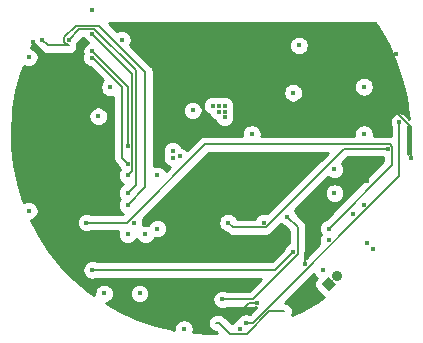
<source format=gbr>
%TF.GenerationSoftware,KiCad,Pcbnew,(6.0.0-rc1-dev-1546-g786ee0e)*%
%TF.CreationDate,2021-05-18T14:47:40-07:00*%
%TF.ProjectId,MainBoard,4d61696e-426f-4617-9264-2e6b69636164,rev?*%
%TF.SameCoordinates,Original*%
%TF.FileFunction,Copper,L3,Inr*%
%TF.FilePolarity,Positive*%
%FSLAX46Y46*%
G04 Gerber Fmt 4.6, Leading zero omitted, Abs format (unit mm)*
G04 Created by KiCad (PCBNEW (6.0.0-rc1-dev-1546-g786ee0e)) date Tue 18 May 2021 02:47:40 PM PDT*
%MOMM*%
%LPD*%
G04 APERTURE LIST*
%TA.AperFunction,ViaPad*%
%ADD10C,0.850000*%
%TD*%
%TA.AperFunction,Conductor*%
%ADD11C,0.850000*%
%TD*%
%TA.AperFunction,Conductor*%
%ADD12C,0.100000*%
%TD*%
%TA.AperFunction,ViaPad*%
%ADD13C,0.400000*%
%TD*%
%TA.AperFunction,Conductor*%
%ADD14C,0.200000*%
%TD*%
%TA.AperFunction,Conductor*%
%ADD15C,0.254000*%
%TD*%
G04 APERTURE END LIST*
D10*
%TO.N,GND*%
%TO.C,BT1*%
X144207107Y-50500000D03*
D11*
X144207107Y-50500000D02*
X144207107Y-50500000D01*
D10*
%TO.N,Net-(BT1-Pad1)*%
X143500000Y-51207107D03*
D12*
G36*
X144101041Y-51207107D02*
G01*
X143500000Y-51808148D01*
X142898959Y-51207107D01*
X143500000Y-50606066D01*
X144101041Y-51207107D01*
X144101041Y-51207107D01*
G37*
%TD*%
D13*
%TO.N,GND*%
X134200000Y-36600000D03*
X134700000Y-37100000D03*
X133700000Y-36100000D03*
X134700000Y-36600000D03*
X134200000Y-36100000D03*
X134700000Y-36100000D03*
X130900000Y-40400000D03*
X130300000Y-39900000D03*
X130300000Y-40500000D03*
X127500000Y-52000000D03*
X118120000Y-32000000D03*
X118120000Y-45000000D03*
X128000000Y-47000000D03*
X146500000Y-44500000D03*
X146500000Y-38500000D03*
X146500000Y-34500000D03*
X141000000Y-31000000D03*
X126000000Y-30500000D03*
X132000000Y-36500000D03*
X146750000Y-47750000D03*
X131250000Y-55010010D03*
X136000000Y-55010010D03*
X123500000Y-28000000D03*
%TO.N,+3V3*%
X141500000Y-52750000D03*
X141490000Y-49500000D03*
X146750000Y-42500000D03*
X144500000Y-37500000D03*
X146750000Y-36000000D03*
X149250000Y-31750000D03*
X131450000Y-52800000D03*
X123500000Y-51750000D03*
X128750000Y-32000000D03*
X118500000Y-30750000D03*
X150500000Y-40500000D03*
X137450000Y-52800000D03*
%TO.N,SDA*%
X149500000Y-37500000D03*
X136500000Y-54500000D03*
%TO.N,SCL*%
X148500000Y-39750000D03*
X135000000Y-46000000D03*
%TO.N,Net-(R4-Pad1)*%
X129000000Y-42000000D03*
X124000000Y-37000000D03*
%TO.N,Net-(R5-Pad1)*%
X140000000Y-45500000D03*
X134500000Y-52500000D03*
%TO.N,Net-(D2-Pad2)*%
X124500000Y-52000000D03*
%TO.N,Net-(J3-Pad9)*%
X126500000Y-41000000D03*
X123474228Y-32025772D03*
%TO.N,Net-(J3-Pad8)*%
X126500000Y-39500000D03*
X123500000Y-31500000D03*
%TO.N,Net-(J3-Pad7)*%
X126500000Y-44500000D03*
X119250000Y-30500000D03*
%TO.N,Net-(J3-Pad6)*%
X126500000Y-43500000D03*
X121500000Y-30500000D03*
%TO.N,Net-(J3-Pad5)*%
X126500000Y-42000000D03*
X123500000Y-30000000D03*
%TO.N,Net-(IC1-Pad13)*%
X143000000Y-50000000D03*
%TO.N,Net-(R2-Pad2)*%
X144000000Y-43500000D03*
%TO.N,Net-(R2-Pad1)*%
X123000000Y-46000000D03*
X143500000Y-46500000D03*
%TO.N,Net-(R7-Pad1)*%
X143500000Y-47500000D03*
X147250000Y-48250000D03*
%TO.N,Net-(R8-Pad2)*%
X140500000Y-48500000D03*
X123500000Y-50000000D03*
%TO.N,Net-(TP8-Pad1)*%
X140500000Y-35000000D03*
%TO.N,Net-(TP9-Pad1)*%
X137000000Y-38500000D03*
%TO.N,Net-(TP6-Pad1)*%
X138000000Y-46000000D03*
%TO.N,Net-(TP5-Pad1)*%
X129000000Y-46500000D03*
%TO.N,Net-(TP2-Pad1)*%
X126500000Y-47000000D03*
%TO.N,Net-(TP3-Pad1)*%
X127000000Y-46000000D03*
%TO.N,Net-(BZ1-Pad2)*%
X125000000Y-34555000D03*
%TO.N,Net-(BT1-Pad1)*%
X144000000Y-41500000D03*
X145550000Y-45310000D03*
%TD*%
D14*
%TO.N,*%
X136587327Y-55400011D02*
X135150011Y-55400011D01*
X138487338Y-53500000D02*
X136587327Y-55400011D01*
X139750000Y-53500000D02*
X138487338Y-53500000D01*
X135150011Y-55400011D02*
X134250000Y-54500000D01*
X134250000Y-54500000D02*
X134000000Y-54500000D01*
%TO.N,+3V3*%
X141490000Y-49500000D02*
X141490000Y-48510000D01*
X141490000Y-48510000D02*
X141500000Y-48500000D01*
X141500000Y-48500000D02*
X141750000Y-48500000D01*
X118500000Y-30750000D02*
X119250000Y-31500000D01*
X146750000Y-42500000D02*
X146750000Y-42000000D01*
X146750000Y-42000000D02*
X146750000Y-41750000D01*
X150500000Y-37922798D02*
X149327202Y-36750000D01*
X150500000Y-40500000D02*
X150500000Y-37922798D01*
X147500000Y-36750000D02*
X146750000Y-36000000D01*
X149327202Y-36750000D02*
X147500000Y-36750000D01*
X136800000Y-52800000D02*
X136100000Y-53500000D01*
X137450000Y-52800000D02*
X136800000Y-52800000D01*
X136100000Y-53500000D02*
X133750000Y-53500000D01*
X133050000Y-52800000D02*
X131450000Y-52800000D01*
X133750000Y-53500000D02*
X133050000Y-52800000D01*
X148750000Y-31750000D02*
X148500000Y-32000000D01*
X149250000Y-31750000D02*
X148750000Y-31750000D01*
X148500000Y-32000000D02*
X148000000Y-32500000D01*
%TO.N,SDA*%
X149500000Y-37782842D02*
X149500000Y-37500000D01*
X149500000Y-42077202D02*
X149500000Y-37782842D01*
X137077202Y-54500000D02*
X149500000Y-42077202D01*
X136500000Y-54500000D02*
X137077202Y-54500000D01*
%TO.N,SCL*%
X146800000Y-39750000D02*
X148500000Y-39750000D01*
X144827202Y-39750000D02*
X146800000Y-39750000D01*
X138187201Y-46390001D02*
X144827202Y-39750000D01*
X135390001Y-46390001D02*
X138187201Y-46390001D01*
X135000000Y-46000000D02*
X135390001Y-46390001D01*
%TO.N,Net-(R5-Pad1)*%
X137077202Y-52500000D02*
X134500000Y-52500000D01*
X140890001Y-46390001D02*
X140890001Y-48687201D01*
X140000000Y-45500000D02*
X140890001Y-46390001D01*
X140890001Y-48687201D02*
X137077202Y-52500000D01*
%TO.N,Net-(J3-Pad9)*%
X126000000Y-40500000D02*
X126000000Y-34500000D01*
X126500000Y-41000000D02*
X126000000Y-40500000D01*
X123525772Y-32025772D02*
X123474228Y-32025772D01*
X126000000Y-34500000D02*
X123525772Y-32025772D01*
%TO.N,Net-(J3-Pad8)*%
X126500000Y-34500000D02*
X123500000Y-31500000D01*
X126500000Y-39500000D02*
X126500000Y-34500000D01*
%TO.N,Net-(J3-Pad7)*%
X121422798Y-31000000D02*
X121500000Y-31000000D01*
X121109999Y-30687201D02*
X121422798Y-31000000D01*
X121109999Y-30312799D02*
X121109999Y-30687201D01*
X122102809Y-29319989D02*
X121109999Y-30312799D01*
X124051273Y-29319989D02*
X122102809Y-29319989D01*
X128000000Y-33268716D02*
X124051273Y-29319989D01*
X128000000Y-43000000D02*
X128000000Y-33268716D01*
X126500000Y-44500000D02*
X128000000Y-43000000D01*
X119750000Y-31000000D02*
X119250000Y-30500000D01*
X120750000Y-31000000D02*
X119750000Y-31000000D01*
X121422798Y-31000000D02*
X120750000Y-31000000D01*
X120750000Y-31000000D02*
X120500000Y-31000000D01*
%TO.N,Net-(J3-Pad6)*%
X123687201Y-29609999D02*
X122390001Y-29609999D01*
X122390001Y-29609999D02*
X121500000Y-30500000D01*
X127180010Y-33102808D02*
X123687201Y-29609999D01*
X127180010Y-42819990D02*
X127180010Y-33102808D01*
X126500000Y-43500000D02*
X127180010Y-42819990D01*
%TO.N,Net-(J3-Pad5)*%
X126890001Y-33390001D02*
X123500000Y-30000000D01*
X126890001Y-41609999D02*
X126890001Y-33390001D01*
X126500000Y-42000000D02*
X126890001Y-41609999D01*
%TO.N,Net-(R2-Pad1)*%
X148890001Y-41109999D02*
X143500000Y-46500000D01*
X148890001Y-39562799D02*
X148890001Y-41109999D01*
X148687201Y-39359999D02*
X148890001Y-39562799D01*
X133062799Y-39359999D02*
X148687201Y-39359999D01*
X126422798Y-46000000D02*
X133062799Y-39359999D01*
X123000000Y-46000000D02*
X126422798Y-46000000D01*
%TO.N,Net-(R8-Pad2)*%
X139000000Y-50000000D02*
X140500000Y-48500000D01*
X123500000Y-50000000D02*
X139000000Y-50000000D01*
%TD*%
D15*
%TO.N,+3V3*%
G36*
X122760033Y-30395521D02*
G01*
X122851413Y-30532281D01*
X122967719Y-30648587D01*
X123104479Y-30739967D01*
X123128701Y-30750000D01*
X123104479Y-30760033D01*
X122967719Y-30851413D01*
X122851413Y-30967719D01*
X122760033Y-31104479D01*
X122697089Y-31256440D01*
X122665000Y-31417760D01*
X122665000Y-31582240D01*
X122693922Y-31727639D01*
X122671317Y-31782212D01*
X122639228Y-31943532D01*
X122639228Y-32108012D01*
X122671317Y-32269332D01*
X122734261Y-32421293D01*
X122825641Y-32558053D01*
X122941947Y-32674359D01*
X123078707Y-32765739D01*
X123230668Y-32828683D01*
X123303780Y-32843226D01*
X124417343Y-33956789D01*
X124351413Y-34022719D01*
X124260033Y-34159479D01*
X124197089Y-34311440D01*
X124165000Y-34472760D01*
X124165000Y-34637240D01*
X124197089Y-34798560D01*
X124260033Y-34950521D01*
X124351413Y-35087281D01*
X124467719Y-35203587D01*
X124604479Y-35294967D01*
X124756440Y-35357911D01*
X124917760Y-35390000D01*
X125082240Y-35390000D01*
X125243560Y-35357911D01*
X125265001Y-35349030D01*
X125265000Y-40463895D01*
X125261444Y-40500000D01*
X125275583Y-40643560D01*
X125275635Y-40644084D01*
X125317663Y-40782632D01*
X125385913Y-40910319D01*
X125477762Y-41022237D01*
X125505808Y-41045254D01*
X125695345Y-41234791D01*
X125697089Y-41243560D01*
X125760033Y-41395521D01*
X125829844Y-41500000D01*
X125760033Y-41604479D01*
X125697089Y-41756440D01*
X125665000Y-41917760D01*
X125665000Y-42082240D01*
X125697089Y-42243560D01*
X125760033Y-42395521D01*
X125851413Y-42532281D01*
X125967719Y-42648587D01*
X126104479Y-42739967D01*
X126128701Y-42750000D01*
X126104479Y-42760033D01*
X125967719Y-42851413D01*
X125851413Y-42967719D01*
X125760033Y-43104479D01*
X125697089Y-43256440D01*
X125665000Y-43417760D01*
X125665000Y-43582240D01*
X125697089Y-43743560D01*
X125760033Y-43895521D01*
X125829844Y-44000000D01*
X125760033Y-44104479D01*
X125697089Y-44256440D01*
X125665000Y-44417760D01*
X125665000Y-44582240D01*
X125697089Y-44743560D01*
X125760033Y-44895521D01*
X125851413Y-45032281D01*
X125967719Y-45148587D01*
X126104479Y-45239967D01*
X126131990Y-45251362D01*
X126118352Y-45265000D01*
X123402955Y-45265000D01*
X123395521Y-45260033D01*
X123243560Y-45197089D01*
X123082240Y-45165000D01*
X122917760Y-45165000D01*
X122756440Y-45197089D01*
X122604479Y-45260033D01*
X122467719Y-45351413D01*
X122351413Y-45467719D01*
X122260033Y-45604479D01*
X122197089Y-45756440D01*
X122165000Y-45917760D01*
X122165000Y-46082240D01*
X122197089Y-46243560D01*
X122260033Y-46395521D01*
X122351413Y-46532281D01*
X122467719Y-46648587D01*
X122604479Y-46739967D01*
X122756440Y-46802911D01*
X122917760Y-46835000D01*
X123082240Y-46835000D01*
X123243560Y-46802911D01*
X123395521Y-46739967D01*
X123402955Y-46735000D01*
X125705970Y-46735000D01*
X125697089Y-46756440D01*
X125665000Y-46917760D01*
X125665000Y-47082240D01*
X125697089Y-47243560D01*
X125760033Y-47395521D01*
X125851413Y-47532281D01*
X125967719Y-47648587D01*
X126104479Y-47739967D01*
X126256440Y-47802911D01*
X126417760Y-47835000D01*
X126582240Y-47835000D01*
X126743560Y-47802911D01*
X126895521Y-47739967D01*
X127032281Y-47648587D01*
X127148587Y-47532281D01*
X127239967Y-47395521D01*
X127250000Y-47371299D01*
X127260033Y-47395521D01*
X127351413Y-47532281D01*
X127467719Y-47648587D01*
X127604479Y-47739967D01*
X127756440Y-47802911D01*
X127917760Y-47835000D01*
X128082240Y-47835000D01*
X128243560Y-47802911D01*
X128395521Y-47739967D01*
X128532281Y-47648587D01*
X128648587Y-47532281D01*
X128739967Y-47395521D01*
X128776661Y-47306933D01*
X128917760Y-47335000D01*
X129082240Y-47335000D01*
X129243560Y-47302911D01*
X129395521Y-47239967D01*
X129532281Y-47148587D01*
X129648587Y-47032281D01*
X129739967Y-46895521D01*
X129802911Y-46743560D01*
X129835000Y-46582240D01*
X129835000Y-46417760D01*
X129802911Y-46256440D01*
X129739967Y-46104479D01*
X129648587Y-45967719D01*
X129532281Y-45851413D01*
X129395521Y-45760033D01*
X129243560Y-45697089D01*
X129082240Y-45665000D01*
X128917760Y-45665000D01*
X128756440Y-45697089D01*
X128604479Y-45760033D01*
X128467719Y-45851413D01*
X128351413Y-45967719D01*
X128260033Y-46104479D01*
X128223339Y-46193067D01*
X128082240Y-46165000D01*
X127917760Y-46165000D01*
X127814450Y-46185550D01*
X127835000Y-46082240D01*
X127835000Y-45917760D01*
X127802911Y-45756440D01*
X127774469Y-45687775D01*
X133367246Y-40094999D01*
X143442756Y-40094999D01*
X138312225Y-45225531D01*
X138243560Y-45197089D01*
X138082240Y-45165000D01*
X137917760Y-45165000D01*
X137756440Y-45197089D01*
X137604479Y-45260033D01*
X137467719Y-45351413D01*
X137351413Y-45467719D01*
X137260033Y-45604479D01*
X137239106Y-45655001D01*
X135760894Y-45655001D01*
X135739967Y-45604479D01*
X135648587Y-45467719D01*
X135532281Y-45351413D01*
X135395521Y-45260033D01*
X135243560Y-45197089D01*
X135082240Y-45165000D01*
X134917760Y-45165000D01*
X134756440Y-45197089D01*
X134604479Y-45260033D01*
X134467719Y-45351413D01*
X134351413Y-45467719D01*
X134260033Y-45604479D01*
X134197089Y-45756440D01*
X134165000Y-45917760D01*
X134165000Y-46082240D01*
X134197089Y-46243560D01*
X134260033Y-46395521D01*
X134351413Y-46532281D01*
X134467719Y-46648587D01*
X134604479Y-46739967D01*
X134756440Y-46802911D01*
X134765209Y-46804655D01*
X134844742Y-46884188D01*
X134867763Y-46912239D01*
X134979681Y-47004088D01*
X135043525Y-47038213D01*
X135107367Y-47072338D01*
X135245916Y-47114366D01*
X135390001Y-47128557D01*
X135426106Y-47125001D01*
X138151096Y-47125001D01*
X138187201Y-47128557D01*
X138223306Y-47125001D01*
X138331286Y-47114366D01*
X138469834Y-47072338D01*
X138597521Y-47004088D01*
X138709439Y-46912239D01*
X138732460Y-46884188D01*
X139467924Y-46148724D01*
X139604479Y-46239967D01*
X139756440Y-46302911D01*
X139765209Y-46304655D01*
X140155001Y-46694448D01*
X140155002Y-47739106D01*
X140104479Y-47760033D01*
X139967719Y-47851413D01*
X139851413Y-47967719D01*
X139760033Y-48104479D01*
X139697089Y-48256440D01*
X139695345Y-48265208D01*
X138695554Y-49265000D01*
X123902955Y-49265000D01*
X123895521Y-49260033D01*
X123743560Y-49197089D01*
X123582240Y-49165000D01*
X123417760Y-49165000D01*
X123256440Y-49197089D01*
X123104479Y-49260033D01*
X122967719Y-49351413D01*
X122851413Y-49467719D01*
X122760033Y-49604479D01*
X122697089Y-49756440D01*
X122665000Y-49917760D01*
X122665000Y-50082240D01*
X122697089Y-50243560D01*
X122760033Y-50395521D01*
X122851413Y-50532281D01*
X122967719Y-50648587D01*
X123104479Y-50739967D01*
X123256440Y-50802911D01*
X123417760Y-50835000D01*
X123582240Y-50835000D01*
X123743560Y-50802911D01*
X123895521Y-50739967D01*
X123902955Y-50735000D01*
X137802756Y-50735000D01*
X136772756Y-51765000D01*
X134902955Y-51765000D01*
X134895521Y-51760033D01*
X134743560Y-51697089D01*
X134582240Y-51665000D01*
X134417760Y-51665000D01*
X134256440Y-51697089D01*
X134104479Y-51760033D01*
X133967719Y-51851413D01*
X133851413Y-51967719D01*
X133760033Y-52104479D01*
X133697089Y-52256440D01*
X133665000Y-52417760D01*
X133665000Y-52582240D01*
X133697089Y-52743560D01*
X133760033Y-52895521D01*
X133851413Y-53032281D01*
X133967719Y-53148587D01*
X134104479Y-53239967D01*
X134256440Y-53302911D01*
X134417760Y-53335000D01*
X134582240Y-53335000D01*
X134743560Y-53302911D01*
X134895521Y-53239967D01*
X134902955Y-53235000D01*
X137041097Y-53235000D01*
X137077202Y-53238556D01*
X137113307Y-53235000D01*
X137221287Y-53224365D01*
X137353496Y-53184260D01*
X136812225Y-53725531D01*
X136743560Y-53697089D01*
X136582240Y-53665000D01*
X136417760Y-53665000D01*
X136256440Y-53697089D01*
X136104479Y-53760033D01*
X135967719Y-53851413D01*
X135851413Y-53967719D01*
X135760033Y-54104479D01*
X135709467Y-54226556D01*
X135604479Y-54270043D01*
X135467719Y-54361423D01*
X135351413Y-54477729D01*
X135317672Y-54528226D01*
X134795258Y-54005812D01*
X134772238Y-53977762D01*
X134660320Y-53885913D01*
X134532633Y-53817663D01*
X134394085Y-53775635D01*
X134286105Y-53765000D01*
X134250000Y-53761444D01*
X134213895Y-53765000D01*
X133963895Y-53765000D01*
X133855915Y-53775635D01*
X133717367Y-53817663D01*
X133589680Y-53885913D01*
X133477762Y-53977762D01*
X133385913Y-54089680D01*
X133317663Y-54217367D01*
X133275635Y-54355915D01*
X133261444Y-54500000D01*
X133275635Y-54644085D01*
X133317663Y-54782633D01*
X133385913Y-54910320D01*
X133477762Y-55022238D01*
X133589680Y-55114087D01*
X133717367Y-55182337D01*
X133855915Y-55224365D01*
X133943550Y-55232996D01*
X134025759Y-55315206D01*
X133500000Y-55340000D01*
X132045522Y-55271408D01*
X132052911Y-55253570D01*
X132085000Y-55092250D01*
X132085000Y-54927770D01*
X132052911Y-54766450D01*
X131989967Y-54614489D01*
X131898587Y-54477729D01*
X131782281Y-54361423D01*
X131645521Y-54270043D01*
X131493560Y-54207099D01*
X131332240Y-54175010D01*
X131167760Y-54175010D01*
X131006440Y-54207099D01*
X130854479Y-54270043D01*
X130717719Y-54361423D01*
X130601413Y-54477729D01*
X130510033Y-54614489D01*
X130447089Y-54766450D01*
X130415000Y-54927770D01*
X130415000Y-55051751D01*
X130344499Y-55041717D01*
X128801790Y-54671346D01*
X127300783Y-54157436D01*
X125854800Y-53504550D01*
X124655431Y-52820441D01*
X124743560Y-52802911D01*
X124895521Y-52739967D01*
X125032281Y-52648587D01*
X125148587Y-52532281D01*
X125239967Y-52395521D01*
X125302911Y-52243560D01*
X125335000Y-52082240D01*
X125335000Y-51917760D01*
X126665000Y-51917760D01*
X126665000Y-52082240D01*
X126697089Y-52243560D01*
X126760033Y-52395521D01*
X126851413Y-52532281D01*
X126967719Y-52648587D01*
X127104479Y-52739967D01*
X127256440Y-52802911D01*
X127417760Y-52835000D01*
X127582240Y-52835000D01*
X127743560Y-52802911D01*
X127895521Y-52739967D01*
X128032281Y-52648587D01*
X128148587Y-52532281D01*
X128239967Y-52395521D01*
X128302911Y-52243560D01*
X128335000Y-52082240D01*
X128335000Y-51917760D01*
X128302911Y-51756440D01*
X128239967Y-51604479D01*
X128148587Y-51467719D01*
X128032281Y-51351413D01*
X127895521Y-51260033D01*
X127743560Y-51197089D01*
X127582240Y-51165000D01*
X127417760Y-51165000D01*
X127256440Y-51197089D01*
X127104479Y-51260033D01*
X126967719Y-51351413D01*
X126851413Y-51467719D01*
X126760033Y-51604479D01*
X126697089Y-51756440D01*
X126665000Y-51917760D01*
X125335000Y-51917760D01*
X125302911Y-51756440D01*
X125239967Y-51604479D01*
X125148587Y-51467719D01*
X125032281Y-51351413D01*
X124895521Y-51260033D01*
X124743560Y-51197089D01*
X124582240Y-51165000D01*
X124417760Y-51165000D01*
X124256440Y-51197089D01*
X124104479Y-51260033D01*
X123967719Y-51351413D01*
X123851413Y-51467719D01*
X123760033Y-51604479D01*
X123697089Y-51756440D01*
X123665000Y-51917760D01*
X123665000Y-52082240D01*
X123680213Y-52158718D01*
X123178645Y-51806210D01*
X121972227Y-50775832D01*
X120868130Y-49636492D01*
X119876154Y-48398304D01*
X119005104Y-47072257D01*
X118335930Y-45808407D01*
X118363560Y-45802911D01*
X118515521Y-45739967D01*
X118652281Y-45648587D01*
X118768587Y-45532281D01*
X118859967Y-45395521D01*
X118922911Y-45243560D01*
X118955000Y-45082240D01*
X118955000Y-44917760D01*
X118922911Y-44756440D01*
X118859967Y-44604479D01*
X118768587Y-44467719D01*
X118652281Y-44351413D01*
X118515521Y-44260033D01*
X118363560Y-44197089D01*
X118202240Y-44165000D01*
X118037760Y-44165000D01*
X117876440Y-44197089D01*
X117724479Y-44260033D01*
X117688572Y-44284025D01*
X117655568Y-44204347D01*
X117189060Y-42687938D01*
X116867328Y-41134356D01*
X116693230Y-39557392D01*
X116668310Y-37971043D01*
X116751204Y-36917760D01*
X123165000Y-36917760D01*
X123165000Y-37082240D01*
X123197089Y-37243560D01*
X123260033Y-37395521D01*
X123351413Y-37532281D01*
X123467719Y-37648587D01*
X123604479Y-37739967D01*
X123756440Y-37802911D01*
X123917760Y-37835000D01*
X124082240Y-37835000D01*
X124243560Y-37802911D01*
X124395521Y-37739967D01*
X124532281Y-37648587D01*
X124648587Y-37532281D01*
X124739967Y-37395521D01*
X124802911Y-37243560D01*
X124835000Y-37082240D01*
X124835000Y-36917760D01*
X124802911Y-36756440D01*
X124739967Y-36604479D01*
X124648587Y-36467719D01*
X124532281Y-36351413D01*
X124395521Y-36260033D01*
X124243560Y-36197089D01*
X124082240Y-36165000D01*
X123917760Y-36165000D01*
X123756440Y-36197089D01*
X123604479Y-36260033D01*
X123467719Y-36351413D01*
X123351413Y-36467719D01*
X123260033Y-36604479D01*
X123197089Y-36756440D01*
X123165000Y-36917760D01*
X116751204Y-36917760D01*
X116792788Y-36389388D01*
X117065562Y-34826468D01*
X117484208Y-33296154D01*
X117700442Y-32723906D01*
X117724479Y-32739967D01*
X117876440Y-32802911D01*
X118037760Y-32835000D01*
X118202240Y-32835000D01*
X118363560Y-32802911D01*
X118515521Y-32739967D01*
X118652281Y-32648587D01*
X118768587Y-32532281D01*
X118859967Y-32395521D01*
X118922911Y-32243560D01*
X118955000Y-32082240D01*
X118955000Y-31917760D01*
X118922911Y-31756440D01*
X118859967Y-31604479D01*
X118768587Y-31467719D01*
X118652281Y-31351413D01*
X118515521Y-31260033D01*
X118363560Y-31197089D01*
X118347804Y-31193955D01*
X118502690Y-30877793D01*
X118510033Y-30895521D01*
X118601413Y-31032281D01*
X118717719Y-31148587D01*
X118854479Y-31239967D01*
X119006440Y-31302911D01*
X119015209Y-31304655D01*
X119204746Y-31494192D01*
X119227762Y-31522238D01*
X119339680Y-31614087D01*
X119467367Y-31682337D01*
X119605915Y-31724365D01*
X119750000Y-31738556D01*
X119786105Y-31735000D01*
X121386693Y-31735000D01*
X121422798Y-31738556D01*
X121458903Y-31735000D01*
X121536105Y-31735000D01*
X121644085Y-31724365D01*
X121782633Y-31682337D01*
X121910320Y-31614087D01*
X122022238Y-31522238D01*
X122114087Y-31410320D01*
X122182337Y-31282633D01*
X122224365Y-31144085D01*
X122238556Y-31000000D01*
X122229769Y-30910783D01*
X122239967Y-30895521D01*
X122302911Y-30743560D01*
X122304655Y-30734791D01*
X122694448Y-30344999D01*
X122739106Y-30344999D01*
X122760033Y-30395521D01*
X122760033Y-30395521D01*
G37*
X122760033Y-30395521D02*
X122851413Y-30532281D01*
X122967719Y-30648587D01*
X123104479Y-30739967D01*
X123128701Y-30750000D01*
X123104479Y-30760033D01*
X122967719Y-30851413D01*
X122851413Y-30967719D01*
X122760033Y-31104479D01*
X122697089Y-31256440D01*
X122665000Y-31417760D01*
X122665000Y-31582240D01*
X122693922Y-31727639D01*
X122671317Y-31782212D01*
X122639228Y-31943532D01*
X122639228Y-32108012D01*
X122671317Y-32269332D01*
X122734261Y-32421293D01*
X122825641Y-32558053D01*
X122941947Y-32674359D01*
X123078707Y-32765739D01*
X123230668Y-32828683D01*
X123303780Y-32843226D01*
X124417343Y-33956789D01*
X124351413Y-34022719D01*
X124260033Y-34159479D01*
X124197089Y-34311440D01*
X124165000Y-34472760D01*
X124165000Y-34637240D01*
X124197089Y-34798560D01*
X124260033Y-34950521D01*
X124351413Y-35087281D01*
X124467719Y-35203587D01*
X124604479Y-35294967D01*
X124756440Y-35357911D01*
X124917760Y-35390000D01*
X125082240Y-35390000D01*
X125243560Y-35357911D01*
X125265001Y-35349030D01*
X125265000Y-40463895D01*
X125261444Y-40500000D01*
X125275583Y-40643560D01*
X125275635Y-40644084D01*
X125317663Y-40782632D01*
X125385913Y-40910319D01*
X125477762Y-41022237D01*
X125505808Y-41045254D01*
X125695345Y-41234791D01*
X125697089Y-41243560D01*
X125760033Y-41395521D01*
X125829844Y-41500000D01*
X125760033Y-41604479D01*
X125697089Y-41756440D01*
X125665000Y-41917760D01*
X125665000Y-42082240D01*
X125697089Y-42243560D01*
X125760033Y-42395521D01*
X125851413Y-42532281D01*
X125967719Y-42648587D01*
X126104479Y-42739967D01*
X126128701Y-42750000D01*
X126104479Y-42760033D01*
X125967719Y-42851413D01*
X125851413Y-42967719D01*
X125760033Y-43104479D01*
X125697089Y-43256440D01*
X125665000Y-43417760D01*
X125665000Y-43582240D01*
X125697089Y-43743560D01*
X125760033Y-43895521D01*
X125829844Y-44000000D01*
X125760033Y-44104479D01*
X125697089Y-44256440D01*
X125665000Y-44417760D01*
X125665000Y-44582240D01*
X125697089Y-44743560D01*
X125760033Y-44895521D01*
X125851413Y-45032281D01*
X125967719Y-45148587D01*
X126104479Y-45239967D01*
X126131990Y-45251362D01*
X126118352Y-45265000D01*
X123402955Y-45265000D01*
X123395521Y-45260033D01*
X123243560Y-45197089D01*
X123082240Y-45165000D01*
X122917760Y-45165000D01*
X122756440Y-45197089D01*
X122604479Y-45260033D01*
X122467719Y-45351413D01*
X122351413Y-45467719D01*
X122260033Y-45604479D01*
X122197089Y-45756440D01*
X122165000Y-45917760D01*
X122165000Y-46082240D01*
X122197089Y-46243560D01*
X122260033Y-46395521D01*
X122351413Y-46532281D01*
X122467719Y-46648587D01*
X122604479Y-46739967D01*
X122756440Y-46802911D01*
X122917760Y-46835000D01*
X123082240Y-46835000D01*
X123243560Y-46802911D01*
X123395521Y-46739967D01*
X123402955Y-46735000D01*
X125705970Y-46735000D01*
X125697089Y-46756440D01*
X125665000Y-46917760D01*
X125665000Y-47082240D01*
X125697089Y-47243560D01*
X125760033Y-47395521D01*
X125851413Y-47532281D01*
X125967719Y-47648587D01*
X126104479Y-47739967D01*
X126256440Y-47802911D01*
X126417760Y-47835000D01*
X126582240Y-47835000D01*
X126743560Y-47802911D01*
X126895521Y-47739967D01*
X127032281Y-47648587D01*
X127148587Y-47532281D01*
X127239967Y-47395521D01*
X127250000Y-47371299D01*
X127260033Y-47395521D01*
X127351413Y-47532281D01*
X127467719Y-47648587D01*
X127604479Y-47739967D01*
X127756440Y-47802911D01*
X127917760Y-47835000D01*
X128082240Y-47835000D01*
X128243560Y-47802911D01*
X128395521Y-47739967D01*
X128532281Y-47648587D01*
X128648587Y-47532281D01*
X128739967Y-47395521D01*
X128776661Y-47306933D01*
X128917760Y-47335000D01*
X129082240Y-47335000D01*
X129243560Y-47302911D01*
X129395521Y-47239967D01*
X129532281Y-47148587D01*
X129648587Y-47032281D01*
X129739967Y-46895521D01*
X129802911Y-46743560D01*
X129835000Y-46582240D01*
X129835000Y-46417760D01*
X129802911Y-46256440D01*
X129739967Y-46104479D01*
X129648587Y-45967719D01*
X129532281Y-45851413D01*
X129395521Y-45760033D01*
X129243560Y-45697089D01*
X129082240Y-45665000D01*
X128917760Y-45665000D01*
X128756440Y-45697089D01*
X128604479Y-45760033D01*
X128467719Y-45851413D01*
X128351413Y-45967719D01*
X128260033Y-46104479D01*
X128223339Y-46193067D01*
X128082240Y-46165000D01*
X127917760Y-46165000D01*
X127814450Y-46185550D01*
X127835000Y-46082240D01*
X127835000Y-45917760D01*
X127802911Y-45756440D01*
X127774469Y-45687775D01*
X133367246Y-40094999D01*
X143442756Y-40094999D01*
X138312225Y-45225531D01*
X138243560Y-45197089D01*
X138082240Y-45165000D01*
X137917760Y-45165000D01*
X137756440Y-45197089D01*
X137604479Y-45260033D01*
X137467719Y-45351413D01*
X137351413Y-45467719D01*
X137260033Y-45604479D01*
X137239106Y-45655001D01*
X135760894Y-45655001D01*
X135739967Y-45604479D01*
X135648587Y-45467719D01*
X135532281Y-45351413D01*
X135395521Y-45260033D01*
X135243560Y-45197089D01*
X135082240Y-45165000D01*
X134917760Y-45165000D01*
X134756440Y-45197089D01*
X134604479Y-45260033D01*
X134467719Y-45351413D01*
X134351413Y-45467719D01*
X134260033Y-45604479D01*
X134197089Y-45756440D01*
X134165000Y-45917760D01*
X134165000Y-46082240D01*
X134197089Y-46243560D01*
X134260033Y-46395521D01*
X134351413Y-46532281D01*
X134467719Y-46648587D01*
X134604479Y-46739967D01*
X134756440Y-46802911D01*
X134765209Y-46804655D01*
X134844742Y-46884188D01*
X134867763Y-46912239D01*
X134979681Y-47004088D01*
X135043525Y-47038213D01*
X135107367Y-47072338D01*
X135245916Y-47114366D01*
X135390001Y-47128557D01*
X135426106Y-47125001D01*
X138151096Y-47125001D01*
X138187201Y-47128557D01*
X138223306Y-47125001D01*
X138331286Y-47114366D01*
X138469834Y-47072338D01*
X138597521Y-47004088D01*
X138709439Y-46912239D01*
X138732460Y-46884188D01*
X139467924Y-46148724D01*
X139604479Y-46239967D01*
X139756440Y-46302911D01*
X139765209Y-46304655D01*
X140155001Y-46694448D01*
X140155002Y-47739106D01*
X140104479Y-47760033D01*
X139967719Y-47851413D01*
X139851413Y-47967719D01*
X139760033Y-48104479D01*
X139697089Y-48256440D01*
X139695345Y-48265208D01*
X138695554Y-49265000D01*
X123902955Y-49265000D01*
X123895521Y-49260033D01*
X123743560Y-49197089D01*
X123582240Y-49165000D01*
X123417760Y-49165000D01*
X123256440Y-49197089D01*
X123104479Y-49260033D01*
X122967719Y-49351413D01*
X122851413Y-49467719D01*
X122760033Y-49604479D01*
X122697089Y-49756440D01*
X122665000Y-49917760D01*
X122665000Y-50082240D01*
X122697089Y-50243560D01*
X122760033Y-50395521D01*
X122851413Y-50532281D01*
X122967719Y-50648587D01*
X123104479Y-50739967D01*
X123256440Y-50802911D01*
X123417760Y-50835000D01*
X123582240Y-50835000D01*
X123743560Y-50802911D01*
X123895521Y-50739967D01*
X123902955Y-50735000D01*
X137802756Y-50735000D01*
X136772756Y-51765000D01*
X134902955Y-51765000D01*
X134895521Y-51760033D01*
X134743560Y-51697089D01*
X134582240Y-51665000D01*
X134417760Y-51665000D01*
X134256440Y-51697089D01*
X134104479Y-51760033D01*
X133967719Y-51851413D01*
X133851413Y-51967719D01*
X133760033Y-52104479D01*
X133697089Y-52256440D01*
X133665000Y-52417760D01*
X133665000Y-52582240D01*
X133697089Y-52743560D01*
X133760033Y-52895521D01*
X133851413Y-53032281D01*
X133967719Y-53148587D01*
X134104479Y-53239967D01*
X134256440Y-53302911D01*
X134417760Y-53335000D01*
X134582240Y-53335000D01*
X134743560Y-53302911D01*
X134895521Y-53239967D01*
X134902955Y-53235000D01*
X137041097Y-53235000D01*
X137077202Y-53238556D01*
X137113307Y-53235000D01*
X137221287Y-53224365D01*
X137353496Y-53184260D01*
X136812225Y-53725531D01*
X136743560Y-53697089D01*
X136582240Y-53665000D01*
X136417760Y-53665000D01*
X136256440Y-53697089D01*
X136104479Y-53760033D01*
X135967719Y-53851413D01*
X135851413Y-53967719D01*
X135760033Y-54104479D01*
X135709467Y-54226556D01*
X135604479Y-54270043D01*
X135467719Y-54361423D01*
X135351413Y-54477729D01*
X135317672Y-54528226D01*
X134795258Y-54005812D01*
X134772238Y-53977762D01*
X134660320Y-53885913D01*
X134532633Y-53817663D01*
X134394085Y-53775635D01*
X134286105Y-53765000D01*
X134250000Y-53761444D01*
X134213895Y-53765000D01*
X133963895Y-53765000D01*
X133855915Y-53775635D01*
X133717367Y-53817663D01*
X133589680Y-53885913D01*
X133477762Y-53977762D01*
X133385913Y-54089680D01*
X133317663Y-54217367D01*
X133275635Y-54355915D01*
X133261444Y-54500000D01*
X133275635Y-54644085D01*
X133317663Y-54782633D01*
X133385913Y-54910320D01*
X133477762Y-55022238D01*
X133589680Y-55114087D01*
X133717367Y-55182337D01*
X133855915Y-55224365D01*
X133943550Y-55232996D01*
X134025759Y-55315206D01*
X133500000Y-55340000D01*
X132045522Y-55271408D01*
X132052911Y-55253570D01*
X132085000Y-55092250D01*
X132085000Y-54927770D01*
X132052911Y-54766450D01*
X131989967Y-54614489D01*
X131898587Y-54477729D01*
X131782281Y-54361423D01*
X131645521Y-54270043D01*
X131493560Y-54207099D01*
X131332240Y-54175010D01*
X131167760Y-54175010D01*
X131006440Y-54207099D01*
X130854479Y-54270043D01*
X130717719Y-54361423D01*
X130601413Y-54477729D01*
X130510033Y-54614489D01*
X130447089Y-54766450D01*
X130415000Y-54927770D01*
X130415000Y-55051751D01*
X130344499Y-55041717D01*
X128801790Y-54671346D01*
X127300783Y-54157436D01*
X125854800Y-53504550D01*
X124655431Y-52820441D01*
X124743560Y-52802911D01*
X124895521Y-52739967D01*
X125032281Y-52648587D01*
X125148587Y-52532281D01*
X125239967Y-52395521D01*
X125302911Y-52243560D01*
X125335000Y-52082240D01*
X125335000Y-51917760D01*
X126665000Y-51917760D01*
X126665000Y-52082240D01*
X126697089Y-52243560D01*
X126760033Y-52395521D01*
X126851413Y-52532281D01*
X126967719Y-52648587D01*
X127104479Y-52739967D01*
X127256440Y-52802911D01*
X127417760Y-52835000D01*
X127582240Y-52835000D01*
X127743560Y-52802911D01*
X127895521Y-52739967D01*
X128032281Y-52648587D01*
X128148587Y-52532281D01*
X128239967Y-52395521D01*
X128302911Y-52243560D01*
X128335000Y-52082240D01*
X128335000Y-51917760D01*
X128302911Y-51756440D01*
X128239967Y-51604479D01*
X128148587Y-51467719D01*
X128032281Y-51351413D01*
X127895521Y-51260033D01*
X127743560Y-51197089D01*
X127582240Y-51165000D01*
X127417760Y-51165000D01*
X127256440Y-51197089D01*
X127104479Y-51260033D01*
X126967719Y-51351413D01*
X126851413Y-51467719D01*
X126760033Y-51604479D01*
X126697089Y-51756440D01*
X126665000Y-51917760D01*
X125335000Y-51917760D01*
X125302911Y-51756440D01*
X125239967Y-51604479D01*
X125148587Y-51467719D01*
X125032281Y-51351413D01*
X124895521Y-51260033D01*
X124743560Y-51197089D01*
X124582240Y-51165000D01*
X124417760Y-51165000D01*
X124256440Y-51197089D01*
X124104479Y-51260033D01*
X123967719Y-51351413D01*
X123851413Y-51467719D01*
X123760033Y-51604479D01*
X123697089Y-51756440D01*
X123665000Y-51917760D01*
X123665000Y-52082240D01*
X123680213Y-52158718D01*
X123178645Y-51806210D01*
X121972227Y-50775832D01*
X120868130Y-49636492D01*
X119876154Y-48398304D01*
X119005104Y-47072257D01*
X118335930Y-45808407D01*
X118363560Y-45802911D01*
X118515521Y-45739967D01*
X118652281Y-45648587D01*
X118768587Y-45532281D01*
X118859967Y-45395521D01*
X118922911Y-45243560D01*
X118955000Y-45082240D01*
X118955000Y-44917760D01*
X118922911Y-44756440D01*
X118859967Y-44604479D01*
X118768587Y-44467719D01*
X118652281Y-44351413D01*
X118515521Y-44260033D01*
X118363560Y-44197089D01*
X118202240Y-44165000D01*
X118037760Y-44165000D01*
X117876440Y-44197089D01*
X117724479Y-44260033D01*
X117688572Y-44284025D01*
X117655568Y-44204347D01*
X117189060Y-42687938D01*
X116867328Y-41134356D01*
X116693230Y-39557392D01*
X116668310Y-37971043D01*
X116751204Y-36917760D01*
X123165000Y-36917760D01*
X123165000Y-37082240D01*
X123197089Y-37243560D01*
X123260033Y-37395521D01*
X123351413Y-37532281D01*
X123467719Y-37648587D01*
X123604479Y-37739967D01*
X123756440Y-37802911D01*
X123917760Y-37835000D01*
X124082240Y-37835000D01*
X124243560Y-37802911D01*
X124395521Y-37739967D01*
X124532281Y-37648587D01*
X124648587Y-37532281D01*
X124739967Y-37395521D01*
X124802911Y-37243560D01*
X124835000Y-37082240D01*
X124835000Y-36917760D01*
X124802911Y-36756440D01*
X124739967Y-36604479D01*
X124648587Y-36467719D01*
X124532281Y-36351413D01*
X124395521Y-36260033D01*
X124243560Y-36197089D01*
X124082240Y-36165000D01*
X123917760Y-36165000D01*
X123756440Y-36197089D01*
X123604479Y-36260033D01*
X123467719Y-36351413D01*
X123351413Y-36467719D01*
X123260033Y-36604479D01*
X123197089Y-36756440D01*
X123165000Y-36917760D01*
X116751204Y-36917760D01*
X116792788Y-36389388D01*
X117065562Y-34826468D01*
X117484208Y-33296154D01*
X117700442Y-32723906D01*
X117724479Y-32739967D01*
X117876440Y-32802911D01*
X118037760Y-32835000D01*
X118202240Y-32835000D01*
X118363560Y-32802911D01*
X118515521Y-32739967D01*
X118652281Y-32648587D01*
X118768587Y-32532281D01*
X118859967Y-32395521D01*
X118922911Y-32243560D01*
X118955000Y-32082240D01*
X118955000Y-31917760D01*
X118922911Y-31756440D01*
X118859967Y-31604479D01*
X118768587Y-31467719D01*
X118652281Y-31351413D01*
X118515521Y-31260033D01*
X118363560Y-31197089D01*
X118347804Y-31193955D01*
X118502690Y-30877793D01*
X118510033Y-30895521D01*
X118601413Y-31032281D01*
X118717719Y-31148587D01*
X118854479Y-31239967D01*
X119006440Y-31302911D01*
X119015209Y-31304655D01*
X119204746Y-31494192D01*
X119227762Y-31522238D01*
X119339680Y-31614087D01*
X119467367Y-31682337D01*
X119605915Y-31724365D01*
X119750000Y-31738556D01*
X119786105Y-31735000D01*
X121386693Y-31735000D01*
X121422798Y-31738556D01*
X121458903Y-31735000D01*
X121536105Y-31735000D01*
X121644085Y-31724365D01*
X121782633Y-31682337D01*
X121910320Y-31614087D01*
X122022238Y-31522238D01*
X122114087Y-31410320D01*
X122182337Y-31282633D01*
X122224365Y-31144085D01*
X122238556Y-31000000D01*
X122229769Y-30910783D01*
X122239967Y-30895521D01*
X122302911Y-30743560D01*
X122304655Y-30734791D01*
X122694448Y-30344999D01*
X122739106Y-30344999D01*
X122760033Y-30395521D01*
G36*
X142260033Y-50395521D02*
G01*
X142351413Y-50532281D01*
X142467719Y-50648587D01*
X142520106Y-50683590D01*
X142447774Y-50755922D01*
X142368422Y-50852613D01*
X142309457Y-50962927D01*
X142273147Y-51082625D01*
X142260887Y-51207107D01*
X142273147Y-51331589D01*
X142309457Y-51451287D01*
X142368422Y-51561601D01*
X142447774Y-51658292D01*
X143048815Y-52259333D01*
X143107776Y-52307721D01*
X142523323Y-52718482D01*
X141145200Y-53504550D01*
X140401487Y-53840349D01*
X140432337Y-53782633D01*
X140474365Y-53644085D01*
X140488556Y-53500000D01*
X140474365Y-53355915D01*
X140432337Y-53217367D01*
X140364087Y-53089680D01*
X140272238Y-52977762D01*
X140160320Y-52885913D01*
X140032633Y-52817663D01*
X139894085Y-52775635D01*
X139845772Y-52770877D01*
X142248638Y-50368011D01*
X142260033Y-50395521D01*
X142260033Y-50395521D01*
G37*
X142260033Y-50395521D02*
X142351413Y-50532281D01*
X142467719Y-50648587D01*
X142520106Y-50683590D01*
X142447774Y-50755922D01*
X142368422Y-50852613D01*
X142309457Y-50962927D01*
X142273147Y-51082625D01*
X142260887Y-51207107D01*
X142273147Y-51331589D01*
X142309457Y-51451287D01*
X142368422Y-51561601D01*
X142447774Y-51658292D01*
X143048815Y-52259333D01*
X143107776Y-52307721D01*
X142523323Y-52718482D01*
X141145200Y-53504550D01*
X140401487Y-53840349D01*
X140432337Y-53782633D01*
X140474365Y-53644085D01*
X140488556Y-53500000D01*
X140474365Y-53355915D01*
X140432337Y-53217367D01*
X140364087Y-53089680D01*
X140272238Y-52977762D01*
X140160320Y-52885913D01*
X140032633Y-52817663D01*
X139894085Y-52775635D01*
X139845772Y-52770877D01*
X142248638Y-50368011D01*
X142260033Y-50395521D01*
G36*
X148104479Y-40489967D02*
G01*
X148155002Y-40510894D01*
X148155002Y-40805551D01*
X143265209Y-45695345D01*
X143256440Y-45697089D01*
X143104479Y-45760033D01*
X142967719Y-45851413D01*
X142851413Y-45967719D01*
X142760033Y-46104479D01*
X142697089Y-46256440D01*
X142665000Y-46417760D01*
X142665000Y-46582240D01*
X142697089Y-46743560D01*
X142760033Y-46895521D01*
X142829844Y-47000000D01*
X142760033Y-47104479D01*
X142697089Y-47256440D01*
X142665000Y-47417760D01*
X142665000Y-47582240D01*
X142697089Y-47743560D01*
X142725531Y-47812225D01*
X141574261Y-48963495D01*
X141614366Y-48831286D01*
X141625001Y-48723306D01*
X141628557Y-48687202D01*
X141625001Y-48651097D01*
X141625001Y-46426095D01*
X141628556Y-46390000D01*
X141625001Y-46353905D01*
X141625001Y-46353896D01*
X141614366Y-46245916D01*
X141572338Y-46107368D01*
X141504088Y-45979681D01*
X141453270Y-45917760D01*
X141435254Y-45895807D01*
X141435251Y-45895804D01*
X141412238Y-45867763D01*
X141384198Y-45844751D01*
X140804655Y-45265209D01*
X140802911Y-45256440D01*
X140739967Y-45104479D01*
X140648724Y-44967924D01*
X142198888Y-43417760D01*
X143165000Y-43417760D01*
X143165000Y-43582240D01*
X143197089Y-43743560D01*
X143260033Y-43895521D01*
X143351413Y-44032281D01*
X143467719Y-44148587D01*
X143604479Y-44239967D01*
X143756440Y-44302911D01*
X143917760Y-44335000D01*
X144082240Y-44335000D01*
X144243560Y-44302911D01*
X144395521Y-44239967D01*
X144532281Y-44148587D01*
X144648587Y-44032281D01*
X144739967Y-43895521D01*
X144802911Y-43743560D01*
X144835000Y-43582240D01*
X144835000Y-43417760D01*
X144802911Y-43256440D01*
X144739967Y-43104479D01*
X144648587Y-42967719D01*
X144532281Y-42851413D01*
X144395521Y-42760033D01*
X144243560Y-42697089D01*
X144082240Y-42665000D01*
X143917760Y-42665000D01*
X143756440Y-42697089D01*
X143604479Y-42760033D01*
X143467719Y-42851413D01*
X143351413Y-42967719D01*
X143260033Y-43104479D01*
X143197089Y-43256440D01*
X143165000Y-43417760D01*
X142198888Y-43417760D01*
X143467924Y-42148724D01*
X143604479Y-42239967D01*
X143756440Y-42302911D01*
X143917760Y-42335000D01*
X144082240Y-42335000D01*
X144243560Y-42302911D01*
X144395521Y-42239967D01*
X144532281Y-42148587D01*
X144648587Y-42032281D01*
X144739967Y-41895521D01*
X144802911Y-41743560D01*
X144835000Y-41582240D01*
X144835000Y-41417760D01*
X144802911Y-41256440D01*
X144739967Y-41104479D01*
X144648724Y-40967925D01*
X145131649Y-40485000D01*
X148097045Y-40485000D01*
X148104479Y-40489967D01*
X148104479Y-40489967D01*
G37*
X148104479Y-40489967D02*
X148155002Y-40510894D01*
X148155002Y-40805551D01*
X143265209Y-45695345D01*
X143256440Y-45697089D01*
X143104479Y-45760033D01*
X142967719Y-45851413D01*
X142851413Y-45967719D01*
X142760033Y-46104479D01*
X142697089Y-46256440D01*
X142665000Y-46417760D01*
X142665000Y-46582240D01*
X142697089Y-46743560D01*
X142760033Y-46895521D01*
X142829844Y-47000000D01*
X142760033Y-47104479D01*
X142697089Y-47256440D01*
X142665000Y-47417760D01*
X142665000Y-47582240D01*
X142697089Y-47743560D01*
X142725531Y-47812225D01*
X141574261Y-48963495D01*
X141614366Y-48831286D01*
X141625001Y-48723306D01*
X141628557Y-48687202D01*
X141625001Y-48651097D01*
X141625001Y-46426095D01*
X141628556Y-46390000D01*
X141625001Y-46353905D01*
X141625001Y-46353896D01*
X141614366Y-46245916D01*
X141572338Y-46107368D01*
X141504088Y-45979681D01*
X141453270Y-45917760D01*
X141435254Y-45895807D01*
X141435251Y-45895804D01*
X141412238Y-45867763D01*
X141384198Y-45844751D01*
X140804655Y-45265209D01*
X140802911Y-45256440D01*
X140739967Y-45104479D01*
X140648724Y-44967924D01*
X142198888Y-43417760D01*
X143165000Y-43417760D01*
X143165000Y-43582240D01*
X143197089Y-43743560D01*
X143260033Y-43895521D01*
X143351413Y-44032281D01*
X143467719Y-44148587D01*
X143604479Y-44239967D01*
X143756440Y-44302911D01*
X143917760Y-44335000D01*
X144082240Y-44335000D01*
X144243560Y-44302911D01*
X144395521Y-44239967D01*
X144532281Y-44148587D01*
X144648587Y-44032281D01*
X144739967Y-43895521D01*
X144802911Y-43743560D01*
X144835000Y-43582240D01*
X144835000Y-43417760D01*
X144802911Y-43256440D01*
X144739967Y-43104479D01*
X144648587Y-42967719D01*
X144532281Y-42851413D01*
X144395521Y-42760033D01*
X144243560Y-42697089D01*
X144082240Y-42665000D01*
X143917760Y-42665000D01*
X143756440Y-42697089D01*
X143604479Y-42760033D01*
X143467719Y-42851413D01*
X143351413Y-42967719D01*
X143260033Y-43104479D01*
X143197089Y-43256440D01*
X143165000Y-43417760D01*
X142198888Y-43417760D01*
X143467924Y-42148724D01*
X143604479Y-42239967D01*
X143756440Y-42302911D01*
X143917760Y-42335000D01*
X144082240Y-42335000D01*
X144243560Y-42302911D01*
X144395521Y-42239967D01*
X144532281Y-42148587D01*
X144648587Y-42032281D01*
X144739967Y-41895521D01*
X144802911Y-41743560D01*
X144835000Y-41582240D01*
X144835000Y-41417760D01*
X144802911Y-41256440D01*
X144739967Y-41104479D01*
X144648724Y-40967925D01*
X145131649Y-40485000D01*
X148097045Y-40485000D01*
X148104479Y-40489967D01*
G36*
X147718482Y-29476677D02*
G01*
X148504550Y-30854800D01*
X149157436Y-32300783D01*
X149671346Y-33801790D01*
X150041717Y-35344499D01*
X150265263Y-36915216D01*
X150278585Y-37197712D01*
X150239967Y-37104479D01*
X150148587Y-36967719D01*
X150032281Y-36851413D01*
X149895521Y-36760033D01*
X149743560Y-36697089D01*
X149582240Y-36665000D01*
X149417760Y-36665000D01*
X149256440Y-36697089D01*
X149104479Y-36760033D01*
X148967719Y-36851413D01*
X148851413Y-36967719D01*
X148760033Y-37104479D01*
X148697089Y-37256440D01*
X148665000Y-37417760D01*
X148665000Y-37582240D01*
X148697089Y-37743560D01*
X148760033Y-37895521D01*
X148765001Y-37902956D01*
X148765001Y-38629106D01*
X148723306Y-38624999D01*
X148687201Y-38621443D01*
X148651096Y-38624999D01*
X147326495Y-38624999D01*
X147335000Y-38582240D01*
X147335000Y-38417760D01*
X147302911Y-38256440D01*
X147239967Y-38104479D01*
X147148587Y-37967719D01*
X147032281Y-37851413D01*
X146895521Y-37760033D01*
X146743560Y-37697089D01*
X146582240Y-37665000D01*
X146417760Y-37665000D01*
X146256440Y-37697089D01*
X146104479Y-37760033D01*
X145967719Y-37851413D01*
X145851413Y-37967719D01*
X145760033Y-38104479D01*
X145697089Y-38256440D01*
X145665000Y-38417760D01*
X145665000Y-38582240D01*
X145673505Y-38624999D01*
X137826495Y-38624999D01*
X137835000Y-38582240D01*
X137835000Y-38417760D01*
X137802911Y-38256440D01*
X137739967Y-38104479D01*
X137648587Y-37967719D01*
X137532281Y-37851413D01*
X137395521Y-37760033D01*
X137243560Y-37697089D01*
X137082240Y-37665000D01*
X136917760Y-37665000D01*
X136756440Y-37697089D01*
X136604479Y-37760033D01*
X136467719Y-37851413D01*
X136351413Y-37967719D01*
X136260033Y-38104479D01*
X136197089Y-38256440D01*
X136165000Y-38417760D01*
X136165000Y-38582240D01*
X136173505Y-38624999D01*
X133098893Y-38624999D01*
X133062798Y-38621444D01*
X133026703Y-38624999D01*
X133026694Y-38624999D01*
X132918714Y-38635634D01*
X132780166Y-38677662D01*
X132652479Y-38745912D01*
X132540561Y-38837761D01*
X132517545Y-38865806D01*
X131532110Y-39851242D01*
X131432281Y-39751413D01*
X131295521Y-39660033D01*
X131143560Y-39597089D01*
X131072470Y-39582948D01*
X131039967Y-39504479D01*
X130948587Y-39367719D01*
X130832281Y-39251413D01*
X130695521Y-39160033D01*
X130543560Y-39097089D01*
X130382240Y-39065000D01*
X130217760Y-39065000D01*
X130056440Y-39097089D01*
X129904479Y-39160033D01*
X129767719Y-39251413D01*
X129651413Y-39367719D01*
X129560033Y-39504479D01*
X129497089Y-39656440D01*
X129465000Y-39817760D01*
X129465000Y-39982240D01*
X129497089Y-40143560D01*
X129520467Y-40200000D01*
X129497089Y-40256440D01*
X129465000Y-40417760D01*
X129465000Y-40582240D01*
X129497089Y-40743560D01*
X129560033Y-40895521D01*
X129651413Y-41032281D01*
X129767719Y-41148587D01*
X129904479Y-41239967D01*
X130056440Y-41302911D01*
X130076458Y-41306893D01*
X129751362Y-41631989D01*
X129739967Y-41604479D01*
X129648587Y-41467719D01*
X129532281Y-41351413D01*
X129395521Y-41260033D01*
X129243560Y-41197089D01*
X129082240Y-41165000D01*
X128917760Y-41165000D01*
X128756440Y-41197089D01*
X128735000Y-41205970D01*
X128735000Y-36417760D01*
X131165000Y-36417760D01*
X131165000Y-36582240D01*
X131197089Y-36743560D01*
X131260033Y-36895521D01*
X131351413Y-37032281D01*
X131467719Y-37148587D01*
X131604479Y-37239967D01*
X131756440Y-37302911D01*
X131917760Y-37335000D01*
X132082240Y-37335000D01*
X132243560Y-37302911D01*
X132395521Y-37239967D01*
X132532281Y-37148587D01*
X132648587Y-37032281D01*
X132739967Y-36895521D01*
X132802911Y-36743560D01*
X132835000Y-36582240D01*
X132835000Y-36417760D01*
X132802911Y-36256440D01*
X132739967Y-36104479D01*
X132682024Y-36017760D01*
X132865000Y-36017760D01*
X132865000Y-36182240D01*
X132897089Y-36343560D01*
X132960033Y-36495521D01*
X133051413Y-36632281D01*
X133167719Y-36748587D01*
X133304479Y-36839967D01*
X133414472Y-36885528D01*
X133460033Y-36995521D01*
X133551413Y-37132281D01*
X133667719Y-37248587D01*
X133804479Y-37339967D01*
X133914472Y-37385528D01*
X133960033Y-37495521D01*
X134051413Y-37632281D01*
X134167719Y-37748587D01*
X134304479Y-37839967D01*
X134456440Y-37902911D01*
X134617760Y-37935000D01*
X134782240Y-37935000D01*
X134943560Y-37902911D01*
X135095521Y-37839967D01*
X135232281Y-37748587D01*
X135348587Y-37632281D01*
X135439967Y-37495521D01*
X135502911Y-37343560D01*
X135535000Y-37182240D01*
X135535000Y-37017760D01*
X135502911Y-36856440D01*
X135500243Y-36850000D01*
X135502911Y-36843560D01*
X135535000Y-36682240D01*
X135535000Y-36517760D01*
X135502911Y-36356440D01*
X135500243Y-36350000D01*
X135502911Y-36343560D01*
X135535000Y-36182240D01*
X135535000Y-36017760D01*
X135502911Y-35856440D01*
X135439967Y-35704479D01*
X135348587Y-35567719D01*
X135232281Y-35451413D01*
X135095521Y-35360033D01*
X134943560Y-35297089D01*
X134782240Y-35265000D01*
X134617760Y-35265000D01*
X134456440Y-35297089D01*
X134450000Y-35299757D01*
X134443560Y-35297089D01*
X134282240Y-35265000D01*
X134117760Y-35265000D01*
X133956440Y-35297089D01*
X133950000Y-35299757D01*
X133943560Y-35297089D01*
X133782240Y-35265000D01*
X133617760Y-35265000D01*
X133456440Y-35297089D01*
X133304479Y-35360033D01*
X133167719Y-35451413D01*
X133051413Y-35567719D01*
X132960033Y-35704479D01*
X132897089Y-35856440D01*
X132865000Y-36017760D01*
X132682024Y-36017760D01*
X132648587Y-35967719D01*
X132532281Y-35851413D01*
X132395521Y-35760033D01*
X132243560Y-35697089D01*
X132082240Y-35665000D01*
X131917760Y-35665000D01*
X131756440Y-35697089D01*
X131604479Y-35760033D01*
X131467719Y-35851413D01*
X131351413Y-35967719D01*
X131260033Y-36104479D01*
X131197089Y-36256440D01*
X131165000Y-36417760D01*
X128735000Y-36417760D01*
X128735000Y-34917760D01*
X139665000Y-34917760D01*
X139665000Y-35082240D01*
X139697089Y-35243560D01*
X139760033Y-35395521D01*
X139851413Y-35532281D01*
X139967719Y-35648587D01*
X140104479Y-35739967D01*
X140256440Y-35802911D01*
X140417760Y-35835000D01*
X140582240Y-35835000D01*
X140743560Y-35802911D01*
X140895521Y-35739967D01*
X141032281Y-35648587D01*
X141148587Y-35532281D01*
X141239967Y-35395521D01*
X141302911Y-35243560D01*
X141335000Y-35082240D01*
X141335000Y-34917760D01*
X141302911Y-34756440D01*
X141239967Y-34604479D01*
X141148587Y-34467719D01*
X141098628Y-34417760D01*
X145665000Y-34417760D01*
X145665000Y-34582240D01*
X145697089Y-34743560D01*
X145760033Y-34895521D01*
X145851413Y-35032281D01*
X145967719Y-35148587D01*
X146104479Y-35239967D01*
X146256440Y-35302911D01*
X146417760Y-35335000D01*
X146582240Y-35335000D01*
X146743560Y-35302911D01*
X146895521Y-35239967D01*
X147032281Y-35148587D01*
X147148587Y-35032281D01*
X147239967Y-34895521D01*
X147302911Y-34743560D01*
X147335000Y-34582240D01*
X147335000Y-34417760D01*
X147302911Y-34256440D01*
X147239967Y-34104479D01*
X147148587Y-33967719D01*
X147032281Y-33851413D01*
X146895521Y-33760033D01*
X146743560Y-33697089D01*
X146582240Y-33665000D01*
X146417760Y-33665000D01*
X146256440Y-33697089D01*
X146104479Y-33760033D01*
X145967719Y-33851413D01*
X145851413Y-33967719D01*
X145760033Y-34104479D01*
X145697089Y-34256440D01*
X145665000Y-34417760D01*
X141098628Y-34417760D01*
X141032281Y-34351413D01*
X140895521Y-34260033D01*
X140743560Y-34197089D01*
X140582240Y-34165000D01*
X140417760Y-34165000D01*
X140256440Y-34197089D01*
X140104479Y-34260033D01*
X139967719Y-34351413D01*
X139851413Y-34467719D01*
X139760033Y-34604479D01*
X139697089Y-34756440D01*
X139665000Y-34917760D01*
X128735000Y-34917760D01*
X128735000Y-33304810D01*
X128738555Y-33268715D01*
X128735000Y-33232620D01*
X128735000Y-33232611D01*
X128724365Y-33124631D01*
X128682337Y-32986083D01*
X128614087Y-32858396D01*
X128522238Y-32746478D01*
X128494193Y-32723462D01*
X126710441Y-30939710D01*
X126725107Y-30917760D01*
X140165000Y-30917760D01*
X140165000Y-31082240D01*
X140197089Y-31243560D01*
X140260033Y-31395521D01*
X140351413Y-31532281D01*
X140467719Y-31648587D01*
X140604479Y-31739967D01*
X140756440Y-31802911D01*
X140917760Y-31835000D01*
X141082240Y-31835000D01*
X141243560Y-31802911D01*
X141395521Y-31739967D01*
X141532281Y-31648587D01*
X141648587Y-31532281D01*
X141739967Y-31395521D01*
X141802911Y-31243560D01*
X141835000Y-31082240D01*
X141835000Y-30917760D01*
X141802911Y-30756440D01*
X141739967Y-30604479D01*
X141648587Y-30467719D01*
X141532281Y-30351413D01*
X141395521Y-30260033D01*
X141243560Y-30197089D01*
X141082240Y-30165000D01*
X140917760Y-30165000D01*
X140756440Y-30197089D01*
X140604479Y-30260033D01*
X140467719Y-30351413D01*
X140351413Y-30467719D01*
X140260033Y-30604479D01*
X140197089Y-30756440D01*
X140165000Y-30917760D01*
X126725107Y-30917760D01*
X126739967Y-30895521D01*
X126802911Y-30743560D01*
X126835000Y-30582240D01*
X126835000Y-30417760D01*
X126802911Y-30256440D01*
X126739967Y-30104479D01*
X126648587Y-29967719D01*
X126532281Y-29851413D01*
X126395521Y-29760033D01*
X126243560Y-29697089D01*
X126082240Y-29665000D01*
X125917760Y-29665000D01*
X125756440Y-29697089D01*
X125604479Y-29760033D01*
X125560290Y-29789559D01*
X124897730Y-29127000D01*
X147472725Y-29127000D01*
X147718482Y-29476677D01*
X147718482Y-29476677D01*
G37*
X147718482Y-29476677D02*
X148504550Y-30854800D01*
X149157436Y-32300783D01*
X149671346Y-33801790D01*
X150041717Y-35344499D01*
X150265263Y-36915216D01*
X150278585Y-37197712D01*
X150239967Y-37104479D01*
X150148587Y-36967719D01*
X150032281Y-36851413D01*
X149895521Y-36760033D01*
X149743560Y-36697089D01*
X149582240Y-36665000D01*
X149417760Y-36665000D01*
X149256440Y-36697089D01*
X149104479Y-36760033D01*
X148967719Y-36851413D01*
X148851413Y-36967719D01*
X148760033Y-37104479D01*
X148697089Y-37256440D01*
X148665000Y-37417760D01*
X148665000Y-37582240D01*
X148697089Y-37743560D01*
X148760033Y-37895521D01*
X148765001Y-37902956D01*
X148765001Y-38629106D01*
X148723306Y-38624999D01*
X148687201Y-38621443D01*
X148651096Y-38624999D01*
X147326495Y-38624999D01*
X147335000Y-38582240D01*
X147335000Y-38417760D01*
X147302911Y-38256440D01*
X147239967Y-38104479D01*
X147148587Y-37967719D01*
X147032281Y-37851413D01*
X146895521Y-37760033D01*
X146743560Y-37697089D01*
X146582240Y-37665000D01*
X146417760Y-37665000D01*
X146256440Y-37697089D01*
X146104479Y-37760033D01*
X145967719Y-37851413D01*
X145851413Y-37967719D01*
X145760033Y-38104479D01*
X145697089Y-38256440D01*
X145665000Y-38417760D01*
X145665000Y-38582240D01*
X145673505Y-38624999D01*
X137826495Y-38624999D01*
X137835000Y-38582240D01*
X137835000Y-38417760D01*
X137802911Y-38256440D01*
X137739967Y-38104479D01*
X137648587Y-37967719D01*
X137532281Y-37851413D01*
X137395521Y-37760033D01*
X137243560Y-37697089D01*
X137082240Y-37665000D01*
X136917760Y-37665000D01*
X136756440Y-37697089D01*
X136604479Y-37760033D01*
X136467719Y-37851413D01*
X136351413Y-37967719D01*
X136260033Y-38104479D01*
X136197089Y-38256440D01*
X136165000Y-38417760D01*
X136165000Y-38582240D01*
X136173505Y-38624999D01*
X133098893Y-38624999D01*
X133062798Y-38621444D01*
X133026703Y-38624999D01*
X133026694Y-38624999D01*
X132918714Y-38635634D01*
X132780166Y-38677662D01*
X132652479Y-38745912D01*
X132540561Y-38837761D01*
X132517545Y-38865806D01*
X131532110Y-39851242D01*
X131432281Y-39751413D01*
X131295521Y-39660033D01*
X131143560Y-39597089D01*
X131072470Y-39582948D01*
X131039967Y-39504479D01*
X130948587Y-39367719D01*
X130832281Y-39251413D01*
X130695521Y-39160033D01*
X130543560Y-39097089D01*
X130382240Y-39065000D01*
X130217760Y-39065000D01*
X130056440Y-39097089D01*
X129904479Y-39160033D01*
X129767719Y-39251413D01*
X129651413Y-39367719D01*
X129560033Y-39504479D01*
X129497089Y-39656440D01*
X129465000Y-39817760D01*
X129465000Y-39982240D01*
X129497089Y-40143560D01*
X129520467Y-40200000D01*
X129497089Y-40256440D01*
X129465000Y-40417760D01*
X129465000Y-40582240D01*
X129497089Y-40743560D01*
X129560033Y-40895521D01*
X129651413Y-41032281D01*
X129767719Y-41148587D01*
X129904479Y-41239967D01*
X130056440Y-41302911D01*
X130076458Y-41306893D01*
X129751362Y-41631989D01*
X129739967Y-41604479D01*
X129648587Y-41467719D01*
X129532281Y-41351413D01*
X129395521Y-41260033D01*
X129243560Y-41197089D01*
X129082240Y-41165000D01*
X128917760Y-41165000D01*
X128756440Y-41197089D01*
X128735000Y-41205970D01*
X128735000Y-36417760D01*
X131165000Y-36417760D01*
X131165000Y-36582240D01*
X131197089Y-36743560D01*
X131260033Y-36895521D01*
X131351413Y-37032281D01*
X131467719Y-37148587D01*
X131604479Y-37239967D01*
X131756440Y-37302911D01*
X131917760Y-37335000D01*
X132082240Y-37335000D01*
X132243560Y-37302911D01*
X132395521Y-37239967D01*
X132532281Y-37148587D01*
X132648587Y-37032281D01*
X132739967Y-36895521D01*
X132802911Y-36743560D01*
X132835000Y-36582240D01*
X132835000Y-36417760D01*
X132802911Y-36256440D01*
X132739967Y-36104479D01*
X132682024Y-36017760D01*
X132865000Y-36017760D01*
X132865000Y-36182240D01*
X132897089Y-36343560D01*
X132960033Y-36495521D01*
X133051413Y-36632281D01*
X133167719Y-36748587D01*
X133304479Y-36839967D01*
X133414472Y-36885528D01*
X133460033Y-36995521D01*
X133551413Y-37132281D01*
X133667719Y-37248587D01*
X133804479Y-37339967D01*
X133914472Y-37385528D01*
X133960033Y-37495521D01*
X134051413Y-37632281D01*
X134167719Y-37748587D01*
X134304479Y-37839967D01*
X134456440Y-37902911D01*
X134617760Y-37935000D01*
X134782240Y-37935000D01*
X134943560Y-37902911D01*
X135095521Y-37839967D01*
X135232281Y-37748587D01*
X135348587Y-37632281D01*
X135439967Y-37495521D01*
X135502911Y-37343560D01*
X135535000Y-37182240D01*
X135535000Y-37017760D01*
X135502911Y-36856440D01*
X135500243Y-36850000D01*
X135502911Y-36843560D01*
X135535000Y-36682240D01*
X135535000Y-36517760D01*
X135502911Y-36356440D01*
X135500243Y-36350000D01*
X135502911Y-36343560D01*
X135535000Y-36182240D01*
X135535000Y-36017760D01*
X135502911Y-35856440D01*
X135439967Y-35704479D01*
X135348587Y-35567719D01*
X135232281Y-35451413D01*
X135095521Y-35360033D01*
X134943560Y-35297089D01*
X134782240Y-35265000D01*
X134617760Y-35265000D01*
X134456440Y-35297089D01*
X134450000Y-35299757D01*
X134443560Y-35297089D01*
X134282240Y-35265000D01*
X134117760Y-35265000D01*
X133956440Y-35297089D01*
X133950000Y-35299757D01*
X133943560Y-35297089D01*
X133782240Y-35265000D01*
X133617760Y-35265000D01*
X133456440Y-35297089D01*
X133304479Y-35360033D01*
X133167719Y-35451413D01*
X133051413Y-35567719D01*
X132960033Y-35704479D01*
X132897089Y-35856440D01*
X132865000Y-36017760D01*
X132682024Y-36017760D01*
X132648587Y-35967719D01*
X132532281Y-35851413D01*
X132395521Y-35760033D01*
X132243560Y-35697089D01*
X132082240Y-35665000D01*
X131917760Y-35665000D01*
X131756440Y-35697089D01*
X131604479Y-35760033D01*
X131467719Y-35851413D01*
X131351413Y-35967719D01*
X131260033Y-36104479D01*
X131197089Y-36256440D01*
X131165000Y-36417760D01*
X128735000Y-36417760D01*
X128735000Y-34917760D01*
X139665000Y-34917760D01*
X139665000Y-35082240D01*
X139697089Y-35243560D01*
X139760033Y-35395521D01*
X139851413Y-35532281D01*
X139967719Y-35648587D01*
X140104479Y-35739967D01*
X140256440Y-35802911D01*
X140417760Y-35835000D01*
X140582240Y-35835000D01*
X140743560Y-35802911D01*
X140895521Y-35739967D01*
X141032281Y-35648587D01*
X141148587Y-35532281D01*
X141239967Y-35395521D01*
X141302911Y-35243560D01*
X141335000Y-35082240D01*
X141335000Y-34917760D01*
X141302911Y-34756440D01*
X141239967Y-34604479D01*
X141148587Y-34467719D01*
X141098628Y-34417760D01*
X145665000Y-34417760D01*
X145665000Y-34582240D01*
X145697089Y-34743560D01*
X145760033Y-34895521D01*
X145851413Y-35032281D01*
X145967719Y-35148587D01*
X146104479Y-35239967D01*
X146256440Y-35302911D01*
X146417760Y-35335000D01*
X146582240Y-35335000D01*
X146743560Y-35302911D01*
X146895521Y-35239967D01*
X147032281Y-35148587D01*
X147148587Y-35032281D01*
X147239967Y-34895521D01*
X147302911Y-34743560D01*
X147335000Y-34582240D01*
X147335000Y-34417760D01*
X147302911Y-34256440D01*
X147239967Y-34104479D01*
X147148587Y-33967719D01*
X147032281Y-33851413D01*
X146895521Y-33760033D01*
X146743560Y-33697089D01*
X146582240Y-33665000D01*
X146417760Y-33665000D01*
X146256440Y-33697089D01*
X146104479Y-33760033D01*
X145967719Y-33851413D01*
X145851413Y-33967719D01*
X145760033Y-34104479D01*
X145697089Y-34256440D01*
X145665000Y-34417760D01*
X141098628Y-34417760D01*
X141032281Y-34351413D01*
X140895521Y-34260033D01*
X140743560Y-34197089D01*
X140582240Y-34165000D01*
X140417760Y-34165000D01*
X140256440Y-34197089D01*
X140104479Y-34260033D01*
X139967719Y-34351413D01*
X139851413Y-34467719D01*
X139760033Y-34604479D01*
X139697089Y-34756440D01*
X139665000Y-34917760D01*
X128735000Y-34917760D01*
X128735000Y-33304810D01*
X128738555Y-33268715D01*
X128735000Y-33232620D01*
X128735000Y-33232611D01*
X128724365Y-33124631D01*
X128682337Y-32986083D01*
X128614087Y-32858396D01*
X128522238Y-32746478D01*
X128494193Y-32723462D01*
X126710441Y-30939710D01*
X126725107Y-30917760D01*
X140165000Y-30917760D01*
X140165000Y-31082240D01*
X140197089Y-31243560D01*
X140260033Y-31395521D01*
X140351413Y-31532281D01*
X140467719Y-31648587D01*
X140604479Y-31739967D01*
X140756440Y-31802911D01*
X140917760Y-31835000D01*
X141082240Y-31835000D01*
X141243560Y-31802911D01*
X141395521Y-31739967D01*
X141532281Y-31648587D01*
X141648587Y-31532281D01*
X141739967Y-31395521D01*
X141802911Y-31243560D01*
X141835000Y-31082240D01*
X141835000Y-30917760D01*
X141802911Y-30756440D01*
X141739967Y-30604479D01*
X141648587Y-30467719D01*
X141532281Y-30351413D01*
X141395521Y-30260033D01*
X141243560Y-30197089D01*
X141082240Y-30165000D01*
X140917760Y-30165000D01*
X140756440Y-30197089D01*
X140604479Y-30260033D01*
X140467719Y-30351413D01*
X140351413Y-30467719D01*
X140260033Y-30604479D01*
X140197089Y-30756440D01*
X140165000Y-30917760D01*
X126725107Y-30917760D01*
X126739967Y-30895521D01*
X126802911Y-30743560D01*
X126835000Y-30582240D01*
X126835000Y-30417760D01*
X126802911Y-30256440D01*
X126739967Y-30104479D01*
X126648587Y-29967719D01*
X126532281Y-29851413D01*
X126395521Y-29760033D01*
X126243560Y-29697089D01*
X126082240Y-29665000D01*
X125917760Y-29665000D01*
X125756440Y-29697089D01*
X125604479Y-29760033D01*
X125560290Y-29789559D01*
X124897730Y-29127000D01*
X147472725Y-29127000D01*
X147718482Y-29476677D01*
G36*
X150340000Y-38500000D02*
G01*
X150306770Y-39557392D01*
X150235000Y-40207478D01*
X150235000Y-37902955D01*
X150239967Y-37895521D01*
X150302911Y-37743560D01*
X150304056Y-37737806D01*
X150340000Y-38500000D01*
X150340000Y-38500000D01*
G37*
X150340000Y-38500000D02*
X150306770Y-39557392D01*
X150235000Y-40207478D01*
X150235000Y-37902955D01*
X150239967Y-37895521D01*
X150302911Y-37743560D01*
X150304056Y-37737806D01*
X150340000Y-38500000D01*
%TD*%
M02*

</source>
